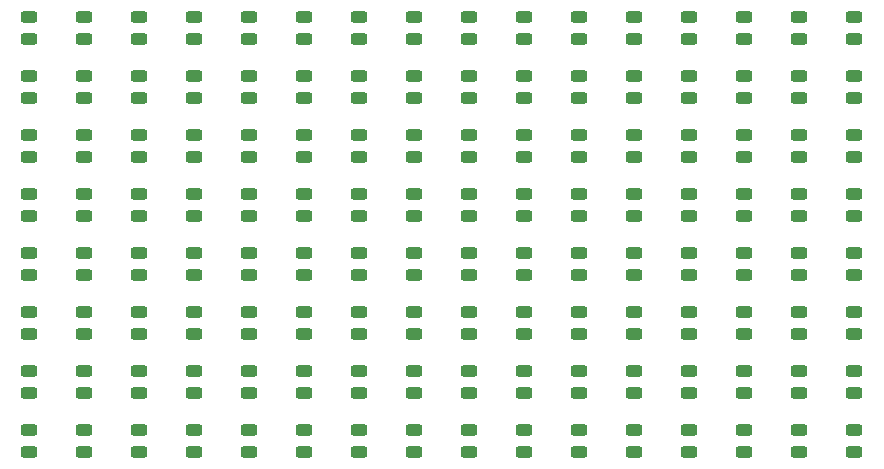
<source format=gbr>
%TF.GenerationSoftware,KiCad,Pcbnew,9.0.7-9.0.7~ubuntu24.04.1*%
%TF.CreationDate,2026-02-22T02:31:22+00:00*%
%TF.ProjectId,led-matrix,6c65642d-6d61-4747-9269-782e6b696361,rev?*%
%TF.SameCoordinates,Original*%
%TF.FileFunction,Paste,Top*%
%TF.FilePolarity,Positive*%
%FSLAX46Y46*%
G04 Gerber Fmt 4.6, Leading zero omitted, Abs format (unit mm)*
G04 Created by KiCad (PCBNEW 9.0.7-9.0.7~ubuntu24.04.1) date 2026-02-22 02:31:22*
%MOMM*%
%LPD*%
G01*
G04 APERTURE LIST*
G04 Aperture macros list*
%AMRoundRect*
0 Rectangle with rounded corners*
0 $1 Rounding radius*
0 $2 $3 $4 $5 $6 $7 $8 $9 X,Y pos of 4 corners*
0 Add a 4 corners polygon primitive as box body*
4,1,4,$2,$3,$4,$5,$6,$7,$8,$9,$2,$3,0*
0 Add four circle primitives for the rounded corners*
1,1,$1+$1,$2,$3*
1,1,$1+$1,$4,$5*
1,1,$1+$1,$6,$7*
1,1,$1+$1,$8,$9*
0 Add four rect primitives between the rounded corners*
20,1,$1+$1,$2,$3,$4,$5,0*
20,1,$1+$1,$4,$5,$6,$7,0*
20,1,$1+$1,$6,$7,$8,$9,0*
20,1,$1+$1,$8,$9,$2,$3,0*%
G04 Aperture macros list end*
%ADD10RoundRect,0.243750X0.456250X-0.243750X0.456250X0.243750X-0.456250X0.243750X-0.456250X-0.243750X0*%
G04 APERTURE END LIST*
D10*
%TO.C,D10*%
X115381250Y-36900000D03*
X115381250Y-35025000D03*
%TD*%
%TO.C,D55*%
X101408750Y-51891000D03*
X101408750Y-50016000D03*
%TD*%
%TO.C,D94*%
X134011250Y-61885000D03*
X134011250Y-60010000D03*
%TD*%
%TO.C,D77*%
X129353750Y-56888000D03*
X129353750Y-55013000D03*
%TD*%
%TO.C,D18*%
X78121250Y-41897000D03*
X78121250Y-40022000D03*
%TD*%
%TO.C,D69*%
X92093750Y-56888000D03*
X92093750Y-55013000D03*
%TD*%
%TO.C,D16*%
X143326250Y-36900000D03*
X143326250Y-35025000D03*
%TD*%
%TO.C,D45*%
X129353750Y-46894000D03*
X129353750Y-45019000D03*
%TD*%
%TO.C,D11*%
X120038750Y-36900000D03*
X120038750Y-35025000D03*
%TD*%
%TO.C,D118*%
X96751250Y-71879000D03*
X96751250Y-70004000D03*
%TD*%
%TO.C,D28*%
X124696250Y-41897000D03*
X124696250Y-40022000D03*
%TD*%
%TO.C,D125*%
X129353750Y-71879000D03*
X129353750Y-70004000D03*
%TD*%
%TO.C,D6*%
X96751250Y-36900000D03*
X96751250Y-35025000D03*
%TD*%
%TO.C,D114*%
X78121250Y-71879000D03*
X78121250Y-70004000D03*
%TD*%
%TO.C,D90*%
X115381250Y-61885000D03*
X115381250Y-60010000D03*
%TD*%
%TO.C,D109*%
X129353750Y-66882000D03*
X129353750Y-65007000D03*
%TD*%
%TO.C,D71*%
X101408750Y-56888000D03*
X101408750Y-55013000D03*
%TD*%
%TO.C,D12*%
X124696250Y-36900000D03*
X124696250Y-35025000D03*
%TD*%
%TO.C,D27*%
X120038750Y-41897000D03*
X120038750Y-40022000D03*
%TD*%
%TO.C,D121*%
X110723750Y-71879000D03*
X110723750Y-70004000D03*
%TD*%
%TO.C,D22*%
X96751250Y-41897000D03*
X96751250Y-40022000D03*
%TD*%
%TO.C,D52*%
X87436250Y-51891000D03*
X87436250Y-50016000D03*
%TD*%
%TO.C,D4*%
X87436250Y-36900000D03*
X87436250Y-35025000D03*
%TD*%
%TO.C,D17*%
X73463750Y-41897000D03*
X73463750Y-40022000D03*
%TD*%
%TO.C,D124*%
X124696250Y-71879000D03*
X124696250Y-70004000D03*
%TD*%
%TO.C,D74*%
X115381250Y-56888000D03*
X115381250Y-55013000D03*
%TD*%
%TO.C,D24*%
X106066250Y-41897000D03*
X106066250Y-40022000D03*
%TD*%
%TO.C,D113*%
X73463750Y-71879000D03*
X73463750Y-70004000D03*
%TD*%
%TO.C,D106*%
X115381250Y-66882000D03*
X115381250Y-65007000D03*
%TD*%
%TO.C,D107*%
X120038750Y-66882000D03*
X120038750Y-65007000D03*
%TD*%
%TO.C,D86*%
X96751250Y-61885000D03*
X96751250Y-60010000D03*
%TD*%
%TO.C,D57*%
X110723750Y-51891000D03*
X110723750Y-50016000D03*
%TD*%
%TO.C,D20*%
X87436250Y-41897000D03*
X87436250Y-40022000D03*
%TD*%
%TO.C,D122*%
X115381250Y-71879000D03*
X115381250Y-70004000D03*
%TD*%
%TO.C,D7*%
X101408750Y-36900000D03*
X101408750Y-35025000D03*
%TD*%
%TO.C,D89*%
X110723750Y-61885000D03*
X110723750Y-60010000D03*
%TD*%
%TO.C,D5*%
X92093750Y-36900000D03*
X92093750Y-35025000D03*
%TD*%
%TO.C,D82*%
X78121250Y-61885000D03*
X78121250Y-60010000D03*
%TD*%
%TO.C,D44*%
X124696250Y-46894000D03*
X124696250Y-45019000D03*
%TD*%
%TO.C,D81*%
X73463750Y-61885000D03*
X73463750Y-60010000D03*
%TD*%
%TO.C,D50*%
X78121250Y-51891000D03*
X78121250Y-50016000D03*
%TD*%
%TO.C,D128*%
X143326250Y-71879000D03*
X143326250Y-70004000D03*
%TD*%
%TO.C,D8*%
X106066250Y-36900000D03*
X106066250Y-35025000D03*
%TD*%
%TO.C,D54*%
X96751250Y-51891000D03*
X96751250Y-50016000D03*
%TD*%
%TO.C,D119*%
X101408750Y-71879000D03*
X101408750Y-70004000D03*
%TD*%
%TO.C,D76*%
X124696250Y-56888000D03*
X124696250Y-55013000D03*
%TD*%
%TO.C,D83*%
X82778750Y-61885000D03*
X82778750Y-60010000D03*
%TD*%
%TO.C,D95*%
X138668750Y-61885000D03*
X138668750Y-60010000D03*
%TD*%
%TO.C,D63*%
X138668750Y-51891000D03*
X138668750Y-50016000D03*
%TD*%
%TO.C,D120*%
X106066250Y-71879000D03*
X106066250Y-70004000D03*
%TD*%
%TO.C,D61*%
X129353750Y-51891000D03*
X129353750Y-50016000D03*
%TD*%
%TO.C,D53*%
X92093750Y-51891000D03*
X92093750Y-50016000D03*
%TD*%
%TO.C,D104*%
X106066250Y-66882000D03*
X106066250Y-65007000D03*
%TD*%
%TO.C,D66*%
X78121250Y-56888000D03*
X78121250Y-55013000D03*
%TD*%
%TO.C,D91*%
X120038750Y-61885000D03*
X120038750Y-60010000D03*
%TD*%
%TO.C,D36*%
X87436250Y-46894000D03*
X87436250Y-45019000D03*
%TD*%
%TO.C,D123*%
X120038750Y-71879000D03*
X120038750Y-70004000D03*
%TD*%
%TO.C,D99*%
X82778750Y-66882000D03*
X82778750Y-65007000D03*
%TD*%
%TO.C,D116*%
X87436250Y-71879000D03*
X87436250Y-70004000D03*
%TD*%
%TO.C,D30*%
X134011250Y-41897000D03*
X134011250Y-40022000D03*
%TD*%
%TO.C,D68*%
X87436250Y-56888000D03*
X87436250Y-55013000D03*
%TD*%
%TO.C,D31*%
X138668750Y-41897000D03*
X138668750Y-40022000D03*
%TD*%
%TO.C,D105*%
X110723750Y-66882000D03*
X110723750Y-65007000D03*
%TD*%
%TO.C,D88*%
X106066250Y-61885000D03*
X106066250Y-60010000D03*
%TD*%
%TO.C,D80*%
X143326250Y-56888000D03*
X143326250Y-55013000D03*
%TD*%
%TO.C,D47*%
X138668750Y-46894000D03*
X138668750Y-45019000D03*
%TD*%
%TO.C,D79*%
X138668750Y-56888000D03*
X138668750Y-55013000D03*
%TD*%
%TO.C,D108*%
X124696250Y-66882000D03*
X124696250Y-65007000D03*
%TD*%
%TO.C,D58*%
X115381250Y-51891000D03*
X115381250Y-50016000D03*
%TD*%
%TO.C,D62*%
X134011250Y-51891000D03*
X134011250Y-50016000D03*
%TD*%
%TO.C,D32*%
X143326250Y-41897000D03*
X143326250Y-40022000D03*
%TD*%
%TO.C,D102*%
X96751250Y-66882000D03*
X96751250Y-65007000D03*
%TD*%
%TO.C,D13*%
X129353750Y-36900000D03*
X129353750Y-35025000D03*
%TD*%
%TO.C,D35*%
X82778750Y-46894000D03*
X82778750Y-45019000D03*
%TD*%
%TO.C,D49*%
X73463750Y-51891000D03*
X73463750Y-50016000D03*
%TD*%
%TO.C,D103*%
X101408750Y-66882000D03*
X101408750Y-65007000D03*
%TD*%
%TO.C,D3*%
X82778750Y-36900000D03*
X82778750Y-35025000D03*
%TD*%
%TO.C,D37*%
X92093750Y-46894000D03*
X92093750Y-45019000D03*
%TD*%
%TO.C,D42*%
X115381250Y-46894000D03*
X115381250Y-45019000D03*
%TD*%
%TO.C,D56*%
X106066250Y-51891000D03*
X106066250Y-50016000D03*
%TD*%
%TO.C,D26*%
X115381250Y-41897000D03*
X115381250Y-40022000D03*
%TD*%
%TO.C,D23*%
X101408750Y-41897000D03*
X101408750Y-40022000D03*
%TD*%
%TO.C,D111*%
X138668750Y-66882000D03*
X138668750Y-65007000D03*
%TD*%
%TO.C,D51*%
X82778750Y-51891000D03*
X82778750Y-50016000D03*
%TD*%
%TO.C,D72*%
X106066250Y-56888000D03*
X106066250Y-55013000D03*
%TD*%
%TO.C,D25*%
X110723750Y-41897000D03*
X110723750Y-40022000D03*
%TD*%
%TO.C,D100*%
X87436250Y-66882000D03*
X87436250Y-65007000D03*
%TD*%
%TO.C,D46*%
X134011250Y-46894000D03*
X134011250Y-45019000D03*
%TD*%
%TO.C,D127*%
X138668750Y-71879000D03*
X138668750Y-70004000D03*
%TD*%
%TO.C,D41*%
X110723750Y-46894000D03*
X110723750Y-45019000D03*
%TD*%
%TO.C,D1*%
X73463750Y-36900000D03*
X73463750Y-35025000D03*
%TD*%
%TO.C,D60*%
X124696250Y-51891000D03*
X124696250Y-50016000D03*
%TD*%
%TO.C,D101*%
X92093750Y-66882000D03*
X92093750Y-65007000D03*
%TD*%
%TO.C,D29*%
X129353750Y-41897000D03*
X129353750Y-40022000D03*
%TD*%
%TO.C,D43*%
X120038750Y-46894000D03*
X120038750Y-45019000D03*
%TD*%
%TO.C,D93*%
X129353750Y-61885000D03*
X129353750Y-60010000D03*
%TD*%
%TO.C,D67*%
X82778750Y-56888000D03*
X82778750Y-55013000D03*
%TD*%
%TO.C,D73*%
X110723750Y-56888000D03*
X110723750Y-55013000D03*
%TD*%
%TO.C,D14*%
X134011250Y-36900000D03*
X134011250Y-35025000D03*
%TD*%
%TO.C,D110*%
X134011250Y-66882000D03*
X134011250Y-65007000D03*
%TD*%
%TO.C,D96*%
X143326250Y-61885000D03*
X143326250Y-60010000D03*
%TD*%
%TO.C,D19*%
X82778750Y-41897000D03*
X82778750Y-40022000D03*
%TD*%
%TO.C,D33*%
X73463750Y-46894000D03*
X73463750Y-45019000D03*
%TD*%
%TO.C,D9*%
X110723750Y-36900000D03*
X110723750Y-35025000D03*
%TD*%
%TO.C,D84*%
X87436250Y-61885000D03*
X87436250Y-60010000D03*
%TD*%
%TO.C,D126*%
X134011250Y-71879000D03*
X134011250Y-70004000D03*
%TD*%
%TO.C,D78*%
X134011250Y-56888000D03*
X134011250Y-55013000D03*
%TD*%
%TO.C,D21*%
X92093750Y-41897000D03*
X92093750Y-40022000D03*
%TD*%
%TO.C,D98*%
X78121250Y-66882000D03*
X78121250Y-65007000D03*
%TD*%
%TO.C,D59*%
X120038750Y-51891000D03*
X120038750Y-50016000D03*
%TD*%
%TO.C,D87*%
X101408750Y-61885000D03*
X101408750Y-60010000D03*
%TD*%
%TO.C,D65*%
X73463750Y-56888000D03*
X73463750Y-55013000D03*
%TD*%
%TO.C,D115*%
X82778750Y-71879000D03*
X82778750Y-70004000D03*
%TD*%
%TO.C,D92*%
X124696250Y-61885000D03*
X124696250Y-60010000D03*
%TD*%
%TO.C,D112*%
X143326250Y-66882000D03*
X143326250Y-65007000D03*
%TD*%
%TO.C,D64*%
X143326250Y-51891000D03*
X143326250Y-50016000D03*
%TD*%
%TO.C,D15*%
X138668750Y-36900000D03*
X138668750Y-35025000D03*
%TD*%
%TO.C,D2*%
X78121250Y-36900000D03*
X78121250Y-35025000D03*
%TD*%
%TO.C,D40*%
X106066250Y-46894000D03*
X106066250Y-45019000D03*
%TD*%
%TO.C,D75*%
X120038750Y-56888000D03*
X120038750Y-55013000D03*
%TD*%
%TO.C,D70*%
X96751250Y-56888000D03*
X96751250Y-55013000D03*
%TD*%
%TO.C,D48*%
X143326250Y-46894000D03*
X143326250Y-45019000D03*
%TD*%
%TO.C,D34*%
X78121250Y-46894000D03*
X78121250Y-45019000D03*
%TD*%
%TO.C,D97*%
X73463750Y-66882000D03*
X73463750Y-65007000D03*
%TD*%
%TO.C,D85*%
X92093750Y-61885000D03*
X92093750Y-60010000D03*
%TD*%
%TO.C,D38*%
X96751250Y-46894000D03*
X96751250Y-45019000D03*
%TD*%
%TO.C,D39*%
X101408750Y-46894000D03*
X101408750Y-45019000D03*
%TD*%
%TO.C,D117*%
X92093750Y-71879000D03*
X92093750Y-70004000D03*
%TD*%
M02*

</source>
